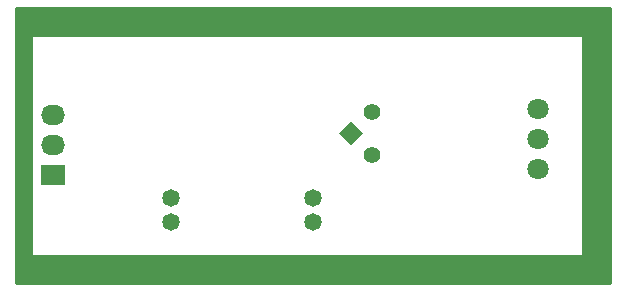
<source format=gbs>
G04 #@! TF.FileFunction,Soldermask,Bot*
%FSLAX46Y46*%
G04 Gerber Fmt 4.6, Leading zero omitted, Abs format (unit mm)*
G04 Created by KiCad (PCBNEW (2015-01-16 BZR 5376)-product) date 13/04/2015 08:52:01*
%MOMM*%
G01*
G04 APERTURE LIST*
%ADD10C,0.100000*%
%ADD11C,1.480820*%
%ADD12C,1.800000*%
%ADD13C,1.397000*%
%ADD14R,2.032000X1.727200*%
%ADD15O,2.032000X1.727200*%
%ADD16C,0.254000*%
G04 APERTURE END LIST*
D10*
D11*
X75000000Y-61984760D03*
X75000000Y-59983240D03*
X63000000Y-61984760D03*
X63000000Y-59983240D03*
D12*
X94000000Y-52460000D03*
X94000000Y-57540000D03*
X94000000Y-55000000D03*
D13*
X80000000Y-52703949D03*
D10*
G36*
X78203949Y-55487828D02*
X77216121Y-54500000D01*
X78203949Y-53512172D01*
X79191777Y-54500000D01*
X78203949Y-55487828D01*
X78203949Y-55487828D01*
G37*
D13*
X80000000Y-56296051D03*
D14*
X53000000Y-58000000D03*
D15*
X53000000Y-55460000D03*
X53000000Y-52920000D03*
D16*
G36*
X100127000Y-67127000D02*
X97873000Y-67127000D01*
X97873000Y-64873000D01*
X97873000Y-46127000D01*
X51127000Y-46127000D01*
X51127000Y-64873000D01*
X97873000Y-64873000D01*
X97873000Y-67127000D01*
X49873000Y-67127000D01*
X49873000Y-43873000D01*
X100127000Y-43873000D01*
X100127000Y-67127000D01*
X100127000Y-67127000D01*
G37*
X100127000Y-67127000D02*
X97873000Y-67127000D01*
X97873000Y-64873000D01*
X97873000Y-46127000D01*
X51127000Y-46127000D01*
X51127000Y-64873000D01*
X97873000Y-64873000D01*
X97873000Y-67127000D01*
X49873000Y-67127000D01*
X49873000Y-43873000D01*
X100127000Y-43873000D01*
X100127000Y-67127000D01*
M02*

</source>
